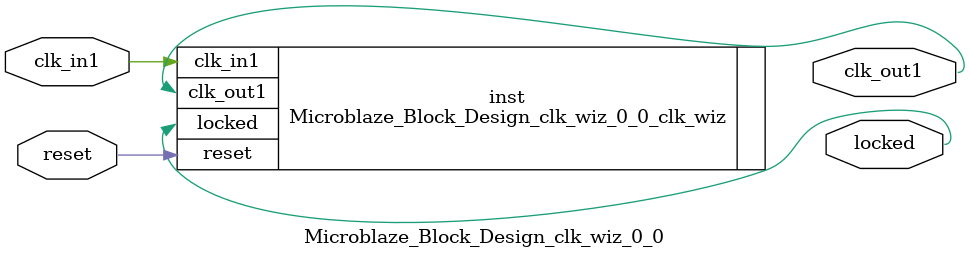
<source format=v>


`timescale 1ps/1ps

(* CORE_GENERATION_INFO = "Microblaze_Block_Design_clk_wiz_0_0,clk_wiz_v5_4_3_0,{component_name=Microblaze_Block_Design_clk_wiz_0_0,use_phase_alignment=true,use_min_o_jitter=false,use_max_i_jitter=false,use_dyn_phase_shift=false,use_inclk_switchover=false,use_dyn_reconfig=false,enable_axi=0,feedback_source=FDBK_AUTO,PRIMITIVE=MMCM,num_out_clk=1,clkin1_period=10.000,clkin2_period=10.000,use_power_down=false,use_reset=true,use_locked=true,use_inclk_stopped=false,feedback_type=SINGLE,CLOCK_MGR_TYPE=NA,manual_override=false}" *)

module Microblaze_Block_Design_clk_wiz_0_0 
 (
  // Clock out ports
  output        clk_out1,
  // Status and control signals
  input         reset,
  output        locked,
 // Clock in ports
  input         clk_in1
 );

  Microblaze_Block_Design_clk_wiz_0_0_clk_wiz inst
  (
  // Clock out ports  
  .clk_out1(clk_out1),
  // Status and control signals               
  .reset(reset), 
  .locked(locked),
 // Clock in ports
  .clk_in1(clk_in1)
  );

endmodule

</source>
